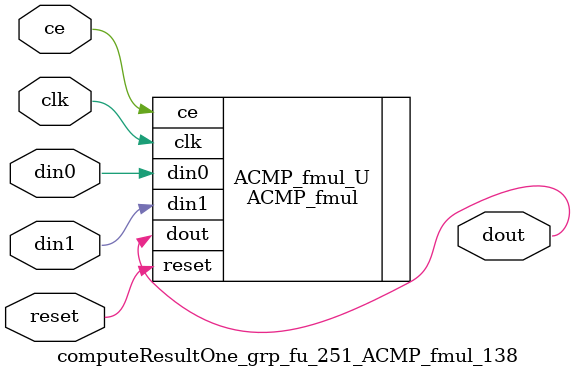
<source format=v>

`timescale 1 ns / 1 ps
module computeResultOne_grp_fu_251_ACMP_fmul_138(
    clk,
    reset,
    ce,
    din0,
    din1,
    dout);

parameter ID = 32'd1;
parameter NUM_STAGE = 32'd1;
parameter din0_WIDTH = 32'd1;
parameter din1_WIDTH = 32'd1;
parameter dout_WIDTH = 32'd1;
input clk;
input reset;
input ce;
input[din0_WIDTH - 1:0] din0;
input[din1_WIDTH - 1:0] din1;
output[dout_WIDTH - 1:0] dout;



ACMP_fmul #(
.ID( ID ),
.NUM_STAGE( 4 ),
.din0_WIDTH( din0_WIDTH ),
.din1_WIDTH( din1_WIDTH ),
.dout_WIDTH( dout_WIDTH ))
ACMP_fmul_U(
    .clk( clk ),
    .reset( reset ),
    .ce( ce ),
    .din0( din0 ),
    .din1( din1 ),
    .dout( dout ));

endmodule

</source>
